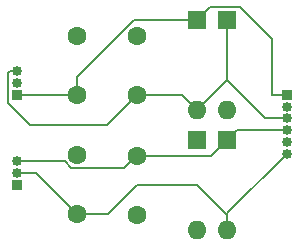
<source format=gbr>
%TF.GenerationSoftware,KiCad,Pcbnew,6.0.0*%
%TF.CreationDate,2022-01-12T15:09:48-07:00*%
%TF.ProjectId,cr3-power-regulator,6372332d-706f-4776-9572-2d726567756c,rev?*%
%TF.SameCoordinates,Original*%
%TF.FileFunction,Copper,L1,Top*%
%TF.FilePolarity,Positive*%
%FSLAX46Y46*%
G04 Gerber Fmt 4.6, Leading zero omitted, Abs format (unit mm)*
G04 Created by KiCad (PCBNEW 6.0.0) date 2022-01-12 15:09:48*
%MOMM*%
%LPD*%
G01*
G04 APERTURE LIST*
%TA.AperFunction,ComponentPad*%
%ADD10O,1.600000X1.600000*%
%TD*%
%TA.AperFunction,ComponentPad*%
%ADD11R,1.600000X1.600000*%
%TD*%
%TA.AperFunction,ComponentPad*%
%ADD12C,1.600000*%
%TD*%
%TA.AperFunction,ComponentPad*%
%ADD13O,0.850000X0.850000*%
%TD*%
%TA.AperFunction,ComponentPad*%
%ADD14R,0.850000X0.850000*%
%TD*%
%TA.AperFunction,Conductor*%
%ADD15C,0.200000*%
%TD*%
G04 APERTURE END LIST*
D10*
%TO.P,D4,2,A*%
%TO.N,IN_N*%
X182920000Y-90170000D03*
D11*
%TO.P,D4,1,K*%
%TO.N,OUT_N*%
X182920000Y-82550000D03*
%TD*%
D12*
%TO.P,C4,2*%
%TO.N,OUT_N*%
X175260000Y-83900000D03*
%TO.P,C4,1*%
%TO.N,GND*%
X175260000Y-88900000D03*
%TD*%
%TO.P,C3,1*%
%TO.N,OUT_P*%
X175260000Y-78740000D03*
%TO.P,C3,2*%
%TO.N,GND*%
X175260000Y-73740000D03*
%TD*%
%TO.P,C2,2*%
%TO.N,IN_N*%
X170180000Y-88820000D03*
%TO.P,C2,1*%
%TO.N,GND*%
X170180000Y-83820000D03*
%TD*%
%TO.P,C1,1*%
%TO.N,IN_P*%
X170180000Y-78740000D03*
%TO.P,C1,2*%
%TO.N,GND*%
X170180000Y-73740000D03*
%TD*%
D13*
%TO.P,U2,3,VO*%
%TO.N,OUT_N*%
X165100000Y-84360000D03*
%TO.P,U2,2,VI*%
%TO.N,IN_N*%
X165100000Y-85360000D03*
D14*
%TO.P,U2,1,GND*%
%TO.N,GND*%
X165100000Y-86360000D03*
%TD*%
%TO.P,U1,1,IN*%
%TO.N,IN_P*%
X165100000Y-78740000D03*
D13*
%TO.P,U1,2,GND*%
%TO.N,GND*%
X165100000Y-77740000D03*
%TO.P,U1,3,OUT*%
%TO.N,OUT_P*%
X165100000Y-76740000D03*
%TD*%
D14*
%TO.P,J1,1,Pin_1*%
%TO.N,IN_P*%
X187960000Y-78740000D03*
D13*
%TO.P,J1,2,Pin_2*%
%TO.N,GND*%
X187960000Y-79740000D03*
%TO.P,J1,3,Pin_3*%
%TO.N,OUT_P*%
X187960000Y-80740000D03*
%TO.P,J1,4,Pin_4*%
%TO.N,OUT_N*%
X187960000Y-81740000D03*
%TO.P,J1,5,Pin_5*%
%TO.N,GND*%
X187960000Y-82740000D03*
%TO.P,J1,6,Pin_6*%
%TO.N,IN_N*%
X187960000Y-83740000D03*
%TD*%
D10*
%TO.P,D3,2,A*%
%TO.N,OUT_N*%
X180380000Y-90170000D03*
D11*
%TO.P,D3,1,K*%
%TO.N,GND*%
X180380000Y-82550000D03*
%TD*%
D10*
%TO.P,D2,2,A*%
%TO.N,GND*%
X182880000Y-80010000D03*
D11*
%TO.P,D2,1,K*%
%TO.N,OUT_P*%
X182880000Y-72390000D03*
%TD*%
D10*
%TO.P,D1,2,A*%
%TO.N,OUT_P*%
X180340000Y-80010000D03*
D11*
%TO.P,D1,1,K*%
%TO.N,IN_P*%
X180340000Y-72390000D03*
%TD*%
D15*
%TO.N,IN_N*%
X180340000Y-86360000D02*
X182880000Y-88900000D01*
X175260000Y-86360000D02*
X180340000Y-86360000D01*
X170180000Y-88820000D02*
X172800000Y-88820000D01*
X172800000Y-88820000D02*
X175260000Y-86360000D01*
%TO.N,OUT_N*%
X182920000Y-82550000D02*
X183730000Y-81740000D01*
X183730000Y-81740000D02*
X187960000Y-81740000D01*
X175260000Y-83900000D02*
X181570000Y-83900000D01*
X181570000Y-83900000D02*
X182920000Y-82550000D01*
%TO.N,IN_N*%
X182920000Y-90170000D02*
X182920000Y-88780000D01*
X182920000Y-88780000D02*
X187960000Y-83740000D01*
X170180000Y-88820000D02*
X166720000Y-85360000D01*
X166720000Y-85360000D02*
X165100000Y-85360000D01*
%TO.N,OUT_P*%
X187960000Y-80740000D02*
X186150000Y-80740000D01*
X186150000Y-80740000D02*
X182880000Y-77470000D01*
%TO.N,OUT_N*%
X169724567Y-84919511D02*
X174160489Y-84919511D01*
X174160489Y-84919511D02*
X175260000Y-83820000D01*
X169165056Y-84360000D02*
X169724567Y-84919511D01*
X165100000Y-84360000D02*
X169165056Y-84360000D01*
%TO.N,OUT_P*%
X165100000Y-76740000D02*
X164498960Y-76740000D01*
X164498960Y-76740000D02*
X164375489Y-76863471D01*
X172720000Y-81280000D02*
X175260000Y-78740000D01*
X164375489Y-76863471D02*
X164375489Y-79464511D01*
X164375489Y-79464511D02*
X166190978Y-81280000D01*
X166190978Y-81280000D02*
X172720000Y-81280000D01*
%TO.N,IN_P*%
X170180000Y-78740000D02*
X165100000Y-78740000D01*
X180340000Y-72390000D02*
X181439511Y-71290489D01*
X181439511Y-71290489D02*
X183979511Y-71290489D01*
X183979511Y-71290489D02*
X186690000Y-74000978D01*
X186690000Y-74000978D02*
X186690000Y-78740000D01*
%TO.N,OUT_P*%
X182880000Y-72390000D02*
X182880000Y-77470000D01*
X182880000Y-77470000D02*
X180340000Y-80010000D01*
X175260000Y-78740000D02*
X179070000Y-78740000D01*
X179070000Y-78740000D02*
X180340000Y-80010000D01*
%TO.N,IN_P*%
X180340000Y-72390000D02*
X175055056Y-72390000D01*
X175055056Y-72390000D02*
X170180000Y-77265056D01*
X170180000Y-77265056D02*
X170180000Y-78740000D01*
X186690000Y-78740000D02*
X187960000Y-78740000D01*
%TD*%
M02*

</source>
